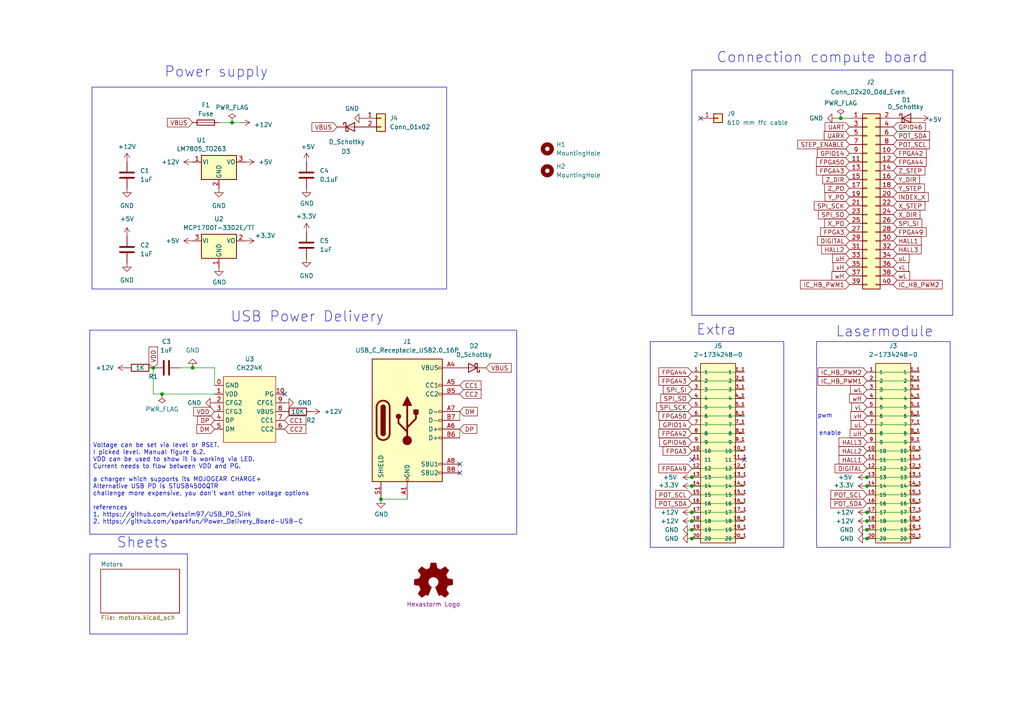
<source format=kicad_sch>
(kicad_sch (version 20231120) (generator "eeschema") (generator_version "8.0")
  (paper "A4")
  (title_block (title "Firestarter ") (date "2024-10-27") (company "Hexastorm") (comment 1 "v1"))
  (lib_symbols
    (symbol "Connector:USB_C_Receptacle_USB2.0_16P" (pin_names (offset 1.016))
      (property "Reference" "J" (at 0 22.225 0))
      (property "Value" "USB_C_Receptacle_USB2.0_16P" (at 0 19.685 0))
      (symbol "USB_C_Receptacle_USB2.0_16P_1_1"
        (pin passive line (at 0 -22.86 90) (length 5.08) (name "GND") (number "A1"))
        (pin passive line (at 0 -22.86 90) (length 5.08) hide (name "GND") (number "A12"))
        (pin passive line (at 15.24 15.24 180) (length 5.08) (name "VBUS") (number "A4"))
        (pin bidirectional line (at 15.24 10.16 180) (length 5.08) (name "CC1") (number "A5"))
        (pin bidirectional line (at 15.24 -2.54 180) (length 5.08) (name "D+") (number "A6"))
        (pin bidirectional line (at 15.24 2.54 180) (length 5.08) (name "D-") (number "A7"))
        (pin bidirectional line (at 15.24 -12.7 180) (length 5.08) (name "SBU1") (number "A8"))
        (pin passive line (at 15.24 15.24 180) (length 5.08) hide (name "VBUS") (number "A9"))
        (pin passive line (at 0 -22.86 90) (length 5.08) hide (name "GND") (number "B1"))
        (pin passive line (at 0 -22.86 90) (length 5.08) hide (name "GND") (number "B12"))
        (pin passive line (at 15.24 15.24 180) (length 5.08) hide (name "VBUS") (number "B4"))
        (pin bidirectional line (at 15.24 7.62 180) (length 5.08) (name "CC2") (number "B5"))
        (pin bidirectional line (at 15.24 -5.08 180) (length 5.08) (name "D+") (number "B6"))
        (pin bidirectional line (at 15.24 0 180) (length 5.08) (name "D-") (number "B7"))
        (pin bidirectional line (at 15.24 -15.24 180) (length 5.08) (name "SBU2") (number "B8"))
        (pin passive line (at 15.24 15.24 180) (length 5.08) hide (name "VBUS") (number "B9"))
        (pin passive line (at -7.62 -22.86 90) (length 5.08) (name "SHIELD") (number "S1"))
      )
    )
    (symbol "Connector_Generic:Conn_01x01" (pin_names (offset 1.016) hide)
      (property "Reference" "J" (at 0 2.54 0))
      (property "Value" "Conn_01x01" (at 0 -2.54 0))
      (symbol "Conn_01x01_1_1"
        (pin passive line (at -5.08 0 0) (length 3.81) (name "Pin_1") (number "1"))
      )
    )
    (symbol "Connector_Generic:Conn_01x02" (pin_names (offset 1.016) hide)
      (property "Reference" "J" (at 0 2.54 0))
      (property "Value" "Conn_01x02" (at 0 -5.08 0))
      (symbol "Conn_01x02_1_1"
        (pin passive line (at -5.08 0 0) (length 3.81) (name "Pin_1") (number "1"))
        (pin passive line (at -5.08 -2.54 0) (length 3.81) (name "Pin_2") (number "2"))
      )
    )
    (symbol "Connector_Generic:Conn_02x20_Odd_Even" (pin_names (offset 1.016) hide)
      (property "Reference" "J" (at 1.27 25.4 0))
      (property "Value" "Conn_02x20_Odd_Even" (at 1.27 -27.94 0))
      (symbol "Conn_02x20_Odd_Even_1_1"
        (pin passive line (at -5.08 22.86 0) (length 3.81) (name "Pin_1") (number "1"))
        (pin passive line (at 7.62 12.7 180) (length 3.81) (name "Pin_10") (number "10"))
        (pin passive line (at -5.08 10.16 0) (length 3.81) (name "Pin_11") (number "11"))
        (pin passive line (at 7.62 10.16 180) (length 3.81) (name "Pin_12") (number "12"))
        (pin passive line (at -5.08 7.62 0) (length 3.81) (name "Pin_13") (number "13"))
        (pin passive line (at 7.62 7.62 180) (length 3.81) (name "Pin_14") (number "14"))
        (pin passive line (at -5.08 5.08 0) (length 3.81) (name "Pin_15") (number "15"))
        (pin passive line (at 7.62 5.08 180) (length 3.81) (name "Pin_16") (number "16"))
        (pin passive line (at -5.08 2.54 0) (length 3.81) (name "Pin_17") (number "17"))
        (pin passive line (at 7.62 2.54 180) (length 3.81) (name "Pin_18") (number "18"))
        (pin passive line (at -5.08 0 0) (length 3.81) (name "Pin_19") (number "19"))
        (pin passive line (at 7.62 22.86 180) (length 3.81) (name "Pin_2") (number "2"))
        (pin passive line (at 7.62 0 180) (length 3.81) (name "Pin_20") (number "20"))
        (pin passive line (at -5.08 -2.54 0) (length 3.81) (name "Pin_21") (number "21"))
        (pin passive line (at 7.62 -2.54 180) (length 3.81) (name "Pin_22") (number "22"))
        (pin passive line (at -5.08 -5.08 0) (length 3.81) (name "Pin_23") (number "23"))
        (pin passive line (at 7.62 -5.08 180) (length 3.81) (name "Pin_24") (number "24"))
        (pin passive line (at -5.08 -7.62 0) (length 3.81) (name "Pin_25") (number "25"))
        (pin passive line (at 7.62 -7.62 180) (length 3.81) (name "Pin_26") (number "26"))
        (pin passive line (at -5.08 -10.16 0) (length 3.81) (name "Pin_27") (number "27"))
        (pin passive line (at 7.62 -10.16 180) (length 3.81) (name "Pin_28") (number "28"))
        (pin passive line (at -5.08 -12.7 0) (length 3.81) (name "Pin_29") (number "29"))
        (pin passive line (at -5.08 20.32 0) (length 3.81) (name "Pin_3") (number "3"))
        (pin passive line (at 7.62 -12.7 180) (length 3.81) (name "Pin_30") (number "30"))
        (pin passive line (at -5.08 -15.24 0) (length 3.81) (name "Pin_31") (number "31"))
        (pin passive line (at 7.62 -15.24 180) (length 3.81) (name "Pin_32") (number "32"))
        (pin passive line (at -5.08 -17.78 0) (length 3.81) (name "Pin_33") (number "33"))
        (pin passive line (at 7.62 -17.78 180) (length 3.81) (name "Pin_34") (number "34"))
        (pin passive line (at -5.08 -20.32 0) (length 3.81) (name "Pin_35") (number "35"))
        (pin passive line (at 7.62 -20.32 180) (length 3.81) (name "Pin_36") (number "36"))
        (pin passive line (at -5.08 -22.86 0) (length 3.81) (name "Pin_37") (number "37"))
        (pin passive line (at 7.62 -22.86 180) (length 3.81) (name "Pin_38") (number "38"))
        (pin passive line (at -5.08 -25.4 0) (length 3.81) (name "Pin_39") (number "39"))
        (pin passive line (at 7.62 20.32 180) (length 3.81) (name "Pin_4") (number "4"))
        (pin passive line (at 7.62 -25.4 180) (length 3.81) (name "Pin_40") (number "40"))
        (pin passive line (at -5.08 17.78 0) (length 3.81) (name "Pin_5") (number "5"))
        (pin passive line (at 7.62 17.78 180) (length 3.81) (name "Pin_6") (number "6"))
        (pin passive line (at -5.08 15.24 0) (length 3.81) (name "Pin_7") (number "7"))
        (pin passive line (at 7.62 15.24 180) (length 3.81) (name "Pin_8") (number "8"))
        (pin passive line (at -5.08 12.7 0) (length 3.81) (name "Pin_9") (number "9"))
      )
    )
    (symbol "Device:C" (pin_numbers hide) (pin_names (offset 0.254))
      (property "Reference" "C" (at 0.635 2.54 0))
      (property "Value" "C" (at 0.635 -2.54 0))
      (symbol "C_1_1"
        (pin passive line (at 0 3.81 270) (length 2.794) (name "~") (number "1"))
        (pin passive line (at 0 -3.81 90) (length 2.794) (name "~") (number "2"))
      )
    )
    (symbol "Device:D_Schottky" (pin_numbers hide) (pin_names (offset 1.016) hide)
      (property "Reference" "D" (at 0 2.54 0))
      (property "Value" "D_Schottky" (at 0 -2.54 0))
      (symbol "D_Schottky_1_1"
        (pin passive line (at -3.81 0 0) (length 2.54) (name "K") (number "1"))
        (pin passive line (at 3.81 0 180) (length 2.54) (name "A") (number "2"))
      )
    )
    (symbol "Device:Fuse" (pin_numbers hide) (pin_names (offset 0))
      (property "Reference" "F" (at 2.032 0 90))
      (property "Value" "Fuse" (at -1.905 0 90))
      (symbol "Fuse_1_1"
        (pin passive line (at 0 3.81 270) (length 1.27) (name "~") (number "1"))
        (pin passive line (at 0 -3.81 90) (length 1.27) (name "~") (number "2"))
      )
    )
    (symbol "Device:R" (pin_numbers hide) (pin_names (offset 0))
      (property "Reference" "R" (at 2.032 0 90))
      (property "Value" "R" (at 0 0 90))
      (symbol "R_1_1"
        (pin passive line (at 0 3.81 270) (length 1.27) (name "~") (number "1"))
        (pin passive line (at 0 -3.81 90) (length 1.27) (name "~") (number "2"))
      )
    )
    (symbol "Graphic:Logo_Open_Hardware_Small" (in_bom no) (on_board no))
    (symbol "Mechanical:MountingHole" (pin_names (offset 1.016)) (exclude_from_sim yes) (in_bom no)
      (property "Reference" "H" (at 0 5.08 0))
      (property "Value" "MountingHole" (at 0 3.175 0))
    )
    (symbol "Regulator_Linear:LM7805_TO220" (pin_names (offset 0.254))
      (property "Reference" "U" (at -3.81 3.175 0))
      (property "Value" "LM7805_TO220" (at 0 3.175 0))
      (symbol "LM7805_TO220_1_1"
        (pin power_in line (at -7.62 0 0) (length 2.54) (name "VI") (number "1"))
        (pin power_in line (at 0 -7.62 90) (length 2.54) (name "GND") (number "2"))
        (pin power_out line (at 7.62 0 180) (length 2.54) (name "VO") (number "3"))
      )
    )
    (symbol "Regulator_Linear:MCP1700x-120xxTT" (pin_names (offset 0.254))
      (property "Reference" "U" (at -3.81 3.175 0))
      (property "Value" "MCP1700x-120xxTT" (at 0 3.175 0))
      (symbol "MCP1700x-120xxTT_1_1"
        (pin power_in line (at 0 -7.62 90) (length 2.54) (name "GND") (number "1"))
        (pin power_out line (at 7.62 0 180) (length 2.54) (name "VO") (number "2"))
        (pin power_in line (at -7.62 0 0) (length 2.54) (name "VI") (number "3"))
      )
    )
    (symbol "firestarter_library:2-1734248-0" (pin_names (offset 1.016))
      (property "Reference" "J" (at -5.08 20.955 0))
      (property "Value" "2-1734248-0" (at -6.35 -35.56 0))
      (symbol "2-1734248-0_0_0"
        (pin passive line (at -7.62 17.78 0) (length 2.54) (name "1") (number "1"))
        (pin passive line (at -7.62 -5.08 0) (length 2.54) (name "10") (number "10"))
        (pin passive line (at 7.62 -5.08 180) (length 2.54) (name "10") (number "10_1"))
        (pin passive line (at -7.62 -7.62 0) (length 2.54) (name "11") (number "11"))
        (pin passive line (at 7.62 -7.62 180) (length 2.54) (name "11") (number "11_1"))
        (pin passive line (at -7.62 -10.16 0) (length 2.54) (name "12") (number "12"))
        (pin passive line (at 7.62 -10.16 180) (length 2.54) (name "12") (number "12_1"))
        (pin passive line (at -7.62 -12.7 0) (length 2.54) (name "13") (number "13"))
        (pin passive line (at 7.62 -12.7 180) (length 2.54) (name "13") (number "13_1"))
        (pin passive line (at -7.62 -15.24 0) (length 2.54) (name "14") (number "14"))
        (pin passive line (at 7.62 -15.24 180) (length 2.54) (name "14") (number "14_1"))
        (pin passive line (at -7.62 -17.78 0) (length 2.54) (name "15") (number "15"))
        (pin passive line (at 7.62 -17.78 180) (length 2.54) (name "15") (number "15_1"))
        (pin passive line (at 7.62 17.78 180) (length 2.54) (name "1") (number "1_1"))
        (pin passive line (at -7.62 15.24 0) (length 2.54) (name "2") (number "2"))
        (pin passive line (at 7.62 15.24 180) (length 2.54) (name "2") (number "2_1"))
        (pin passive line (at -7.62 12.7 0) (length 2.54) (name "3") (number "3"))
        (pin passive line (at 7.62 12.7 180) (length 2.54) (name "3") (number "3_1"))
        (pin passive line (at -7.62 10.16 0) (length 2.54) (name "4") (number "4"))
        (pin passive line (at 7.62 10.16 180) (length 2.54) (name "4") (number "4_1"))
        (pin passive line (at -7.62 7.62 0) (length 2.54) (name "5") (number "5"))
        (pin passive line (at 7.62 7.62 180) (length 2.54) (name "5") (number "5_1"))
        (pin passive line (at -7.62 5.08 0) (length 2.54) (name "6") (number "6"))
        (pin passive line (at 7.62 5.08 180) (length 2.54) (name "6") (number "6_1"))
        (pin passive line (at -7.62 2.54 0) (length 2.54) (name "7") (number "7"))
        (pin passive line (at 7.62 2.54 180) (length 2.54) (name "7") (number "7_1"))
        (pin passive line (at -7.62 0 0) (length 2.54) (name "8") (number "8"))
        (pin passive line (at 7.62 0 180) (length 2.54) (name "8") (number "8_1"))
        (pin passive line (at -7.62 -2.54 0) (length 2.54) (name "9") (number "9"))
        (pin passive line (at 7.62 -2.54 180) (length 2.54) (name "9") (number "9_1"))
      )
      (symbol "2-1734248-0_1_0"
        (pin passive line (at -7.62 -20.32 0) (length 2.54) (name "16") (number "16"))
        (pin passive line (at 7.62 -20.32 180) (length 2.54) (name "16") (number "16_1"))
        (pin passive line (at -7.62 -22.86 0) (length 2.54) (name "17") (number "17"))
        (pin passive line (at 7.62 -22.86 180) (length 2.54) (name "17") (number "17_1"))
        (pin passive line (at -7.62 -25.4 0) (length 2.54) (name "18") (number "18"))
        (pin passive line (at 7.62 -25.4 180) (length 2.54) (name "18") (number "18_1"))
        (pin passive line (at -7.62 -27.94 0) (length 2.54) (name "19") (number "19"))
        (pin passive line (at 7.62 -27.94 180) (length 2.54) (name "19") (number "19_1"))
        (pin passive line (at -7.62 -30.48 0) (length 2.54) (name "20") (number "20"))
        (pin passive line (at 7.62 -30.48 180) (length 2.54) (name "20") (number "20_1"))
      )
    )
    (symbol "power:+12V" (power) (pin_numbers hide) (pin_names (offset 0) hide)
      (property "Value" "+12V" (at 0 3.556 0))
      (symbol "+12V_1_1"
        (pin power_in line (at 0 0 90) (length 0) (name "~") (number "1"))
      )
    )
    (symbol "power:+3.3V" (power) (pin_numbers hide) (pin_names (offset 0) hide)
      (property "Value" "+3.3V" (at 0 3.556 0))
      (symbol "+3.3V_1_1"
        (pin power_in line (at 0 0 90) (length 0) (name "~") (number "1"))
      )
    )
    (symbol "power:+5V" (power) (pin_numbers hide) (pin_names (offset 0) hide)
      (property "Value" "+5V" (at 0 3.556 0))
      (symbol "+5V_1_1"
        (pin power_in line (at 0 0 90) (length 0) (name "~") (number "1"))
      )
    )
    (symbol "power:GND" (power) (pin_numbers hide) (pin_names (offset 0) hide)
      (property "Value" "GND" (at 0 -3.81 0))
      (symbol "GND_1_1"
        (pin power_in line (at 0 0 270) (length 0) (name "~") (number "1"))
      )
    )
    (symbol "power:PWR_FLAG" (power) (pin_numbers hide) (pin_names (offset 0) hide)
      (property "Value" "PWR_FLAG" (at 0 3.81 0))
      (symbol "PWR_FLAG_0_0"
        (pin power_out line (at 0 0 90) (length 0) (name "~") (number "1"))
      )
    )
    (symbol "wch_mcu_peripheral:CH224K"
      (property "Reference" "U" (at 0 -10.16 0))
      (property "Value" "CH224K" (at 5.08 -11.43 0))
      (symbol "CH224K_1_1"
        (pin power_in line (at -10.16 7.62 0) (length 2.54) (name "GND") (number "0"))
        (pin power_in line (at -10.16 5.08 0) (length 2.54) (name "VDD") (number "1"))
        (pin output line (at 10.16 5.08 180) (length 2.54) (name "PG") (number "10"))
        (pin input line (at -10.16 2.54 0) (length 2.54) (name "CFG2") (number "2"))
        (pin input line (at -10.16 0 0) (length 2.54) (name "CFG3") (number "3"))
        (pin bidirectional line (at -10.16 -2.54 0) (length 2.54) (name "DP") (number "4"))
        (pin bidirectional line (at -10.16 -5.08 0) (length 2.54) (name "DM") (number "5"))
        (pin bidirectional line (at 10.16 -5.08 180) (length 2.54) (name "CC2") (number "6"))
        (pin bidirectional line (at 10.16 -2.54 180) (length 2.54) (name "CC1") (number "7"))
        (pin input line (at 10.16 0 180) (length 2.54) (name "VBUS") (number "8"))
        (pin input line (at 10.16 2.54 180) (length 2.54) (name "CFG1") (number "9"))
      )
    )
  )
  (junction (at 251.46 156.21))
  (junction (at 55.88 106.68))
  (junction (at 251.46 153.67))
  (junction (at 251.46 148.59))
  (junction (at 200.66 148.59))
  (junction (at 251.46 140.97))
  (junction (at 46.99 114.3))
  (junction (at 200.66 140.97))
  (junction (at 251.46 151.13))
  (junction (at 251.46 138.43))
  (junction (at 243.84 34.29))
  (junction (at 200.66 151.13))
  (junction (at 200.66 156.21))
  (junction (at 200.66 153.67))
  (junction (at 44.45 106.68))
  (junction (at 110.49 144.78))
  (junction (at 200.66 138.43))
  (junction (at 67.31 35.56))
  (no_connect (at 133.35 137.16))
  (no_connect (at 200.66 133.35))
  (no_connect (at 133.35 134.62))
  (no_connect (at 215.9 133.35))
  (no_connect (at 203.2 34.29))
  (no_connect (at 82.55 114.3))
  (wire (pts (xy 200.66 125.73) (xy 215.9 125.73)))
  (wire (pts (xy 200.66 113.03) (xy 215.9 113.03)))
  (wire (pts (xy 200.66 135.89) (xy 215.9 135.89)))
  (wire (pts (xy 251.46 113.03) (xy 266.7 113.03)))
  (wire (pts (xy 251.46 140.97) (xy 266.7 140.97)))
  (wire (pts (xy 200.66 148.59) (xy 215.9 148.59)))
  (wire (pts (xy 251.46 143.51) (xy 266.7 143.51)))
  (wire (pts (xy 200.66 123.19) (xy 215.9 123.19)))
  (wire (pts (xy 200.66 156.21) (xy 215.9 156.21)))
  (wire (pts (xy 200.66 143.51) (xy 215.9 143.51)))
  (wire (pts (xy 251.46 120.65) (xy 266.7 120.65)))
  (wire (pts (xy 200.66 153.67) (xy 215.9 153.67)))
  (wire (pts (xy 200.66 120.65) (xy 215.9 120.65)))
  (wire (pts (xy 251.46 110.49) (xy 266.7 110.49)))
  (wire (pts (xy 110.49 144.78) (xy 118.11 144.78)))
  (wire (pts (xy 251.46 115.57) (xy 266.7 115.57)))
  (wire (pts (xy 44.45 106.68) (xy 44.45 114.3)))
  (wire (pts (xy 52.07 106.68) (xy 55.88 106.68)))
  (wire (pts (xy 200.66 151.13) (xy 215.9 151.13)))
  (wire (pts (xy 67.31 35.56) (xy 69.85 35.56)))
  (wire (pts (xy 251.46 130.81) (xy 266.7 130.81)))
  (wire (pts (xy 243.84 34.29) (xy 242.57 34.29)))
  (wire (pts (xy 55.88 106.68) (xy 62.23 106.68)))
  (wire (pts (xy 251.46 107.95) (xy 266.7 107.95)))
  (wire (pts (xy 251.46 151.13) (xy 266.7 151.13)))
  (wire (pts (xy 251.46 146.05) (xy 266.7 146.05)))
  (wire (pts (xy 251.46 128.27) (xy 266.7 128.27)))
  (wire (pts (xy 251.46 118.11) (xy 266.7 118.11)))
  (wire (pts (xy 200.66 138.43) (xy 215.9 138.43)))
  (wire (pts (xy 200.66 140.97) (xy 215.9 140.97)))
  (wire (pts (xy 251.46 153.67) (xy 266.7 153.67)))
  (wire (pts (xy 251.46 135.89) (xy 266.7 135.89)))
  (wire (pts (xy 251.46 133.35) (xy 266.7 133.35)))
  (wire (pts (xy 200.66 115.57) (xy 215.9 115.57)))
  (wire (pts (xy 44.45 114.3) (xy 46.99 114.3)))
  (wire (pts (xy 200.66 107.95) (xy 215.9 107.95)))
  (wire (pts (xy 63.5 35.56) (xy 67.31 35.56)))
  (wire (pts (xy 246.38 34.29) (xy 243.84 34.29)))
  (wire (pts (xy 62.23 106.68) (xy 62.23 111.76)))
  (wire (pts (xy 251.46 125.73) (xy 266.7 125.73)))
  (wire (pts (xy 200.66 118.11) (xy 215.9 118.11)))
  (wire (pts (xy 251.46 138.43) (xy 266.7 138.43)))
  (wire (pts (xy 200.66 128.27) (xy 215.9 128.27)))
  (wire (pts (xy 133.35 124.46) (xy 133.35 127)))
  (wire (pts (xy 251.46 156.21) (xy 266.7 156.21)))
  (wire (pts (xy 251.46 123.19) (xy 266.7 123.19)))
  (wire (pts (xy 200.66 110.49) (xy 215.9 110.49)))
  (wire (pts (xy 251.46 148.59) (xy 266.7 148.59)))
  (wire (pts (xy 46.99 114.3) (xy 62.23 114.3)))
  (wire (pts (xy 133.35 119.38) (xy 133.35 121.92)))
  (wire (pts (xy 200.66 146.05) (xy 215.9 146.05)))
  (wire (pts (xy 200.66 130.81) (xy 215.9 130.81)))
  (rectangle (start 26.67 25.273) (end 129.54 83.82))
  (rectangle (start 236.855 99.06) (end 275.59 158.75))
  (rectangle (start 26.035 95.758) (end 149.86 154.94))
  (rectangle (start 200.66 20.32) (end 276.352 91.44))
  (rectangle (start 26.035 160.655) (end 54.356 183.896))
  (rectangle (start 188.595 99.06) (end 227.33 158.75))
  (text "pwm" (at 239.268 120.65 0) (effects (font (size 1.27 1.27))))
  (text "Power supply" (at 47.625 22.733 0) (effects (font (size 3 3)) (justify left bottom)))
  (text "Voltage can be set via level or RSET.\nI picked level. Manual figure 6.2.\nVDD can be used to show it is working via LED. \nCurrent needs to flow between VDD and PG." (at 26.924 136.144 0) (effects (font (size 1.27 1.27)) (justify left bottom)))
  (text "USB Power Delivery" (at 66.802 93.726 0) (effects (font (size 3 3)) (justify left bottom)))
  (text "a charger which supports its MOJOGEAR CHARGE+\nAlternative USB PD is STUSB4500QTR\nchallenge more expensive, you don't want other voltage options\n\nreferences\n1. https://github.com/ketszim97/USB_PD_Sink\n2. https://github.com/sparkfun/Power_Delivery_Board-USB-C" (at 26.924 145.288 0) (effects (font (size 1.27 1.27)) (justify left)))
  (text "Sheets" (at 33.782 159.258 0) (effects (font (size 3 3)) (justify left bottom)))
  (text "enable" (at 240.792 125.73 0) (effects (font (size 1.27 1.27))))
  (text "Extra" (at 201.93 97.536 0) (effects (font (size 3 3)) (justify left bottom)))
  (text "Lasermodule" (at 242.316 98.044 0) (effects (font (size 3 3)) (justify left bottom)))
  (text "Connection compute board" (at 207.772 18.542 0) (effects (font (size 3 3)) (justify left bottom)))
  (global_label "INDEX_X" (shape input) (at 259.08 57.15 0) (property "Intersheetrefs" "${INTERSHEET_REFS}" (effects (hide yes))))
  (global_label "VBUS" (shape input) (at 97.79 36.83 180) (property "Intersheetrefs" "${INTERSHEET_REFS}" (effects (hide yes))))
  (global_label "SPI_SO" (shape input) (at 246.38 62.23 180) (property "Intersheetrefs" "${INTERSHEET_REFS}" (effects (hide yes))))
  (global_label "vL" (shape input) (at 259.08 77.47 0) (property "Intersheetrefs" "${INTERSHEET_REFS}" (effects (hide yes))))
  (global_label "GPIO46" (shape input) (at 200.66 128.27 180) (property "Intersheetrefs" "${INTERSHEET_REFS}" (effects (hide yes))))
  (global_label "DP" (shape input) (at 62.23 121.92 180) (property "Intersheetrefs" "${INTERSHEET_REFS}" (effects (hide yes))))
  (global_label "POT_SCL" (shape input) (at 259.08 41.91 0) (property "Intersheetrefs" "${INTERSHEET_REFS}" (effects (hide yes))))
  (global_label "VBUS" (shape input) (at 140.97 106.68 0) (property "Intersheetrefs" "${INTERSHEET_REFS}" (effects (hide yes))))
  (global_label "IC_HB_PWM2" (shape input) (at 259.08 82.55 0) (property "Intersheetrefs" "${INTERSHEET_REFS}" (effects (hide yes))))
  (global_label "vL" (shape input) (at 251.46 118.11 180) (property "Intersheetrefs" "${INTERSHEET_REFS}" (effects (hide yes))))
  (global_label "IC_HB_PWM1" (shape input) (at 251.46 110.49 180) (property "Intersheetrefs" "${INTERSHEET_REFS}" (effects (hide yes))))
  (global_label "DIGITAL" (shape input) (at 246.38 69.85 180) (property "Intersheetrefs" "${INTERSHEET_REFS}" (effects (hide yes))))
  (global_label "vH" (shape input) (at 251.46 120.65 180) (property "Intersheetrefs" "${INTERSHEET_REFS}" (effects (hide yes))))
  (global_label "vH" (shape input) (at 246.38 77.47 180) (property "Intersheetrefs" "${INTERSHEET_REFS}" (effects (hide yes))))
  (global_label "Y_DIR" (shape input) (at 259.08 52.07 0) (property "Intersheetrefs" "${INTERSHEET_REFS}" (effects (hide yes))))
  (global_label "wH" (shape input) (at 246.38 80.01 180) (property "Intersheetrefs" "${INTERSHEET_REFS}" (effects (hide yes))))
  (global_label "IC_HB_PWM2" (shape input) (at 251.46 107.95 180) (property "Intersheetrefs" "${INTERSHEET_REFS}" (effects (hide yes))))
  (global_label "uH" (shape input) (at 246.38 74.93 180) (property "Intersheetrefs" "${INTERSHEET_REFS}" (effects (hide yes))))
  (global_label "wL" (shape input) (at 251.46 113.03 180) (property "Intersheetrefs" "${INTERSHEET_REFS}" (effects (hide yes))))
  (global_label "GPIO14" (shape input) (at 200.66 123.19 180) (property "Intersheetrefs" "${INTERSHEET_REFS}" (effects (hide yes))))
  (global_label "POT_SDA" (shape input) (at 251.46 146.05 180) (property "Intersheetrefs" "${INTERSHEET_REFS}" (effects (hide yes))))
  (global_label "DIGITAL" (shape input) (at 251.46 135.89 180) (property "Intersheetrefs" "${INTERSHEET_REFS}" (effects (hide yes))))
  (global_label "UARX" (shape input) (at 246.38 39.37 180) (property "Intersheetrefs" "${INTERSHEET_REFS}" (effects (hide yes))))
  (global_label "STEP_ENABLE" (shape input) (at 246.38 41.91 180) (property "Intersheetrefs" "${INTERSHEET_REFS}" (effects (hide yes))))
  (global_label "SPI_SO" (shape input) (at 200.66 115.57 180) (property "Intersheetrefs" "${INTERSHEET_REFS}" (effects (hide yes))))
  (global_label "IC_HB_PWM1" (shape input) (at 246.38 82.55 180) (property "Intersheetrefs" "${INTERSHEET_REFS}" (effects (hide yes))))
  (global_label "wH" (shape input) (at 251.46 115.57 180) (property "Intersheetrefs" "${INTERSHEET_REFS}" (effects (hide yes))))
  (global_label "UART" (shape input) (at 246.38 36.83 180) (property "Intersheetrefs" "${INTERSHEET_REFS}" (effects (hide yes))))
  (global_label "uL" (shape input) (at 251.46 123.19 180) (property "Intersheetrefs" "${INTERSHEET_REFS}" (effects (hide yes))))
  (global_label "Y_PO" (shape input) (at 246.38 57.15 180) (property "Intersheetrefs" "${INTERSHEET_REFS}" (effects (hide yes))))
  (global_label "HALL3" (shape input) (at 251.46 128.27 180) (property "Intersheetrefs" "${INTERSHEET_REFS}" (effects (hide yes))))
  (global_label "DP" (shape input) (at 133.35 124.46 0) (property "Intersheetrefs" "${INTERSHEET_REFS}" (effects (hide yes))))
  (global_label "Z_STEP" (shape input) (at 259.08 49.53 0) (property "Intersheetrefs" "${INTERSHEET_REFS}" (effects (hide yes))))
  (global_label "HALL1" (shape input) (at 251.46 133.35 180) (property "Intersheetrefs" "${INTERSHEET_REFS}" (effects (hide yes))))
  (global_label "HALL1" (shape input) (at 259.08 69.85 0) (property "Intersheetrefs" "${INTERSHEET_REFS}" (effects (hide yes))))
  (global_label "POT_SCL" (shape input) (at 200.66 143.51 180) (property "Intersheetrefs" "${INTERSHEET_REFS}" (effects (hide yes))))
  (global_label "SPI_SI" (shape input) (at 259.08 64.77 0) (property "Intersheetrefs" "${INTERSHEET_REFS}" (effects (hide yes))))
  (global_label "FPGA42" (shape input) (at 259.08 44.45 0) (property "Intersheetrefs" "${INTERSHEET_REFS}" (effects (hide yes))))
  (global_label "CC1" (shape input) (at 133.35 111.76 0) (property "Intersheetrefs" "${INTERSHEET_REFS}" (effects (hide yes))))
  (global_label "uH" (shape input) (at 251.46 125.73 180) (property "Intersheetrefs" "${INTERSHEET_REFS}" (effects (hide yes))))
  (global_label "HALL2" (shape input) (at 246.38 72.39 180) (property "Intersheetrefs" "${INTERSHEET_REFS}" (effects (hide yes))))
  (global_label "GPIO14" (shape input) (at 246.38 44.45 180) (property "Intersheetrefs" "${INTERSHEET_REFS}" (effects (hide yes))))
  (global_label "X_STEP" (shape input) (at 259.08 59.69 0) (property "Intersheetrefs" "${INTERSHEET_REFS}" (effects (hide yes))))
  (global_label "VBUS" (shape input) (at 55.88 35.56 180) (property "Intersheetrefs" "${INTERSHEET_REFS}" (effects (hide yes))))
  (global_label "CC2" (shape input) (at 133.35 114.3 0) (property "Intersheetrefs" "${INTERSHEET_REFS}" (effects (hide yes))))
  (global_label "GPIO46" (shape input) (at 259.08 36.83 0) (property "Intersheetrefs" "${INTERSHEET_REFS}" (effects (hide yes))))
  (global_label "Z_DIR" (shape input) (at 246.38 52.07 180) (property "Intersheetrefs" "${INTERSHEET_REFS}" (effects (hide yes))))
  (global_label "Z_PO" (shape input) (at 246.38 54.61 180) (property "Intersheetrefs" "${INTERSHEET_REFS}" (effects (hide yes))))
  (global_label "wL" (shape input) (at 259.08 80.01 0) (property "Intersheetrefs" "${INTERSHEET_REFS}" (effects (hide yes))))
  (global_label "CC1" (shape input) (at 82.55 121.92 0) (property "Intersheetrefs" "${INTERSHEET_REFS}" (effects (hide yes))))
  (global_label "uL" (shape input) (at 259.08 74.93 0) (property "Intersheetrefs" "${INTERSHEET_REFS}" (effects (hide yes))))
  (global_label "FPGA49" (shape input) (at 200.66 135.89 180) (property "Intersheetrefs" "${INTERSHEET_REFS}" (effects (hide yes))))
  (global_label "Y_STEP" (shape input) (at 259.08 54.61 0) (property "Intersheetrefs" "${INTERSHEET_REFS}" (effects (hide yes))))
  (global_label "FPGA3" (shape input) (at 200.66 130.81 180) (property "Intersheetrefs" "${INTERSHEET_REFS}" (effects (hide yes))))
  (global_label "VDD" (shape input) (at 62.23 119.38 180) (property "Intersheetrefs" "${INTERSHEET_REFS}" (effects (hide yes))))
  (global_label "X_DIR" (shape input) (at 259.08 62.23 0) (property "Intersheetrefs" "${INTERSHEET_REFS}" (effects (hide yes))))
  (global_label "FPGA49" (shape input) (at 259.08 67.31 0) (property "Intersheetrefs" "${INTERSHEET_REFS}" (effects (hide yes))))
  (global_label "X_PO" (shape input) (at 246.38 64.77 180) (property "Intersheetrefs" "${INTERSHEET_REFS}" (effects (hide yes))))
  (global_label "POT_SDA" (shape input) (at 259.08 39.37 0) (property "Intersheetrefs" "${INTERSHEET_REFS}" (effects (hide yes))))
  (global_label "FPGA44" (shape input) (at 200.66 107.95 180) (property "Intersheetrefs" "${INTERSHEET_REFS}" (effects (hide yes))))
  (global_label "FPGA44" (shape input) (at 259.08 46.99 0) (property "Intersheetrefs" "${INTERSHEET_REFS}" (effects (hide yes))))
  (global_label "FPGA50" (shape input) (at 246.38 46.99 180) (property "Intersheetrefs" "${INTERSHEET_REFS}" (effects (hide yes))))
  (global_label "FPGA43" (shape input) (at 200.66 110.49 180) (property "Intersheetrefs" "${INTERSHEET_REFS}" (effects (hide yes))))
  (global_label "SPI_SI" (shape input) (at 200.66 113.03 180) (property "Intersheetrefs" "${INTERSHEET_REFS}" (effects (hide yes))))
  (global_label "POT_SCL" (shape input) (at 251.46 143.51 180) (property "Intersheetrefs" "${INTERSHEET_REFS}" (effects (hide yes))))
  (global_label "FPGA50" (shape input) (at 200.66 120.65 180) (property "Intersheetrefs" "${INTERSHEET_REFS}" (effects (hide yes))))
  (global_label "FPGA42" (shape input) (at 200.66 125.73 180) (property "Intersheetrefs" "${INTERSHEET_REFS}" (effects (hide yes))))
  (global_label "FPGA3" (shape input) (at 246.38 67.31 180) (property "Intersheetrefs" "${INTERSHEET_REFS}" (effects (hide yes))))
  (global_label "SPI_SCK" (shape input) (at 200.66 118.11 180) (property "Intersheetrefs" "${INTERSHEET_REFS}" (effects (hide yes))))
  (global_label "FPGA43" (shape input) (at 246.38 49.53 180) (property "Intersheetrefs" "${INTERSHEET_REFS}" (effects (hide yes))))
  (global_label "HALL2" (shape input) (at 251.46 130.81 180) (property "Intersheetrefs" "${INTERSHEET_REFS}" (effects (hide yes))))
  (global_label "HALL3" (shape input) (at 259.08 72.39 0) (property "Intersheetrefs" "${INTERSHEET_REFS}" (effects (hide yes))))
  (global_label "VDD" (shape input) (at 44.45 106.68 90) (property "Intersheetrefs" "${INTERSHEET_REFS}" (effects (hide yes))))
  (global_label "DM" (shape input) (at 133.35 119.38 0) (property "Intersheetrefs" "${INTERSHEET_REFS}" (effects (hide yes))))
  (global_label "POT_SDA" (shape input) (at 200.66 146.05 180) (property "Intersheetrefs" "${INTERSHEET_REFS}" (effects (hide yes))))
  (global_label "CC2" (shape input) (at 82.55 124.46 0) (property "Intersheetrefs" "${INTERSHEET_REFS}" (effects (hide yes))))
  (global_label "DM" (shape input) (at 62.23 124.46 180) (property "Intersheetrefs" "${INTERSHEET_REFS}" (effects (hide yes))))
  (global_label "SPI_SCK" (shape input) (at 246.38 59.69 180) (property "Intersheetrefs" "${INTERSHEET_REFS}" (effects (hide yes))))
  (symbol (lib_id "power:PWR_FLAG") (at 67.31 35.56 0) (unit 1)
    (property "Reference" "#FLG02" (effects (hide yes)))
    (property "Value" "PWR_FLAG" (at 67.31 31.1658 0))
    (property "Description" "Special symbol for telling ERC where power comes from" (effects (hide yes)))
  )
  (symbol (lib_id "Device:D_Schottky") (at 262.89 34.29 0) (unit 1)
    (property "Reference" "D1" (at 262.89 28.956 0))
    (property "Value" "D_Schottky" (at 262.636 30.988 0))
    (property "Footprint" "Diode_SMD:D_SMA" (effects (hide yes)))
    (property "manf#" "B340A-E3/61T" (effects (hide yes)))
    (property "farnell#" "2335183" (effects (hide yes)))
    (property "mouser#" "625-BD340A-E3/61T" (effects (hide yes)))
  )
  (symbol (lib_id "power:GND") (at 110.49 144.78 0) (unit 1)
    (property "Reference" "#PWR021" (effects (hide yes)))
    (property "Value" "GND" (at 110.617 149.1742 0))
  )
  (symbol (lib_id "Device:C") (at 36.83 72.39 180) (unit 1)
    (property "Reference" "C2" (at 40.64 71.1199 0) (effects (justify right)))
    (property "Value" "1uF" (at 40.64 73.6599 0) (effects (justify right)))
    (property "Footprint" "Capacitor_SMD:C_0805_2012Metric_Pad1.18x1.45mm_HandSolder" (effects (hide yes)))
    (property "farnell#" "2094043" (effects (hide yes)))
    (property "manf#" "08055C105KAT2A" (effects (hide yes)))
    (property "mouser#" "581-08055C105KAT2A" (effects (hide yes)))
  )
  (symbol (lib_id "Device:C") (at 36.83 50.8 0) (unit 1)
    (property "Reference" "C1" (at 40.64 49.5299 0) (effects (justify left)))
    (property "Value" "1uF" (at 40.64 52.0699 0) (effects (justify left)))
    (property "Footprint" "Capacitor_SMD:C_0805_2012Metric_Pad1.18x1.45mm_HandSolder" (effects (hide yes)))
    (property "Farnell" "2094043" (effects (hide yes)))
    (property "mouser#" "581-08055C105KAT2A" (effects (hide yes)))
    (property "manf#" "08055C105KAT2A" (effects (hide yes)))
    (property "farnell#" "2094043" (effects (hide yes)))
  )
  (symbol (lib_id "power:GND") (at 105.41 34.29 270) (unit 1)
    (property "Reference" "#PWR022" (effects (hide yes)))
    (property "Value" "GND" (at 102.108 31.496 90))
    (property "Description" "Power symbol creates a global label with name \"GND\" , ground" (effects (hide yes)))
  )
  (symbol (lib_id "Device:R") (at 40.64 106.68 270) (unit 1)
    (property "Reference" "R1" (at 44.45 109.22 90))
    (property "Value" "1K" (at 40.64 106.68 90))
    (property "Footprint" "Resistor_SMD:R_0805_2012Metric" (effects (hide yes)))
    (property "manf#" "CRCW08051K00FKEA" (effects (hide yes)))
    (property "mouser#" "71-CRCW0805-1.0K-E3" (effects (hide yes)))
    (property "Farnell" "1469847" (effects (hide yes)))
    (property "farnell#" "1469847" (effects (hide yes)))
  )
  (symbol (lib_id "Graphic:Logo_Open_Hardware_Small") (at 125.73 168.91 0) (unit 1) (exclude_from_sim yes) (in_bom no)
    (property "Reference" "G1" (effects (hide yes)))
    (property "Value" "hexastorm" (effects (hide yes)))
    (property "Footprint" "footprints:hexastorm" (effects (hide yes)))
    (property "Text" "Hexastorm Logo" (at 125.73 175.26 0))
  )
  (symbol (lib_id "power:+3.3V") (at 71.12 69.85 270) (unit 1)
    (property "Reference" "#PWR014" (effects (hide yes)))
    (property "Value" "+3.3V" (at 73.914 68.326 90) (effects (justify left)))
    (property "Description" "Power symbol creates a global label with name \"+3.3V\"" (effects (hide yes)))
  )
  (symbol (lib_id "power:GND") (at 251.46 153.67 270) (unit 1)
    (property "Reference" "#PWR026" (effects (hide yes)))
    (property "Value" "GND" (at 247.65 153.6699 90) (effects (justify right)))
    (property "Description" "Power symbol creates a global label with name \"GND\" , ground" (effects (hide yes)))
  )
  (symbol (lib_id "power:+3.3V") (at 88.9 67.31 0) (unit 1)
    (property "Reference" "#PWR018" (effects (hide yes)))
    (property "Value" "+3.3V" (at 85.852 62.738 0) (effects (justify left)))
    (property "Description" "Power symbol creates a global label with name \"+3.3V\"" (effects (hide yes)))
  )
  (symbol (lib_id "Mechanical:MountingHole") (at 158.75 43.18 0) (unit 1) (exclude_from_sim yes)
    (property "Reference" "H1" (at 161.29 41.9099 0) (effects (justify left)))
    (property "Value" "MountingHole" (at 161.29 44.4499 0) (effects (justify left)))
    (property "Footprint" "MountingHole:MountingHole_2.2mm_M2" (effects (hide yes)))
    (property "Description" "Mounting Hole without connection" (effects (hide yes)))
    (property "mouser#" "710-970100244" (effects (hide yes)))
    (property "manf#" "970100244" (effects (hide yes)))
    (property "farnell#" "2987836" (effects (hide yes)))
  )
  (symbol (lib_id "firestarter_library:2-1734248-0") (at 259.08 125.73 0) (unit 1)
    (property "Reference" "J3" (at 259.08 100.33 0))
    (property "Value" "2-1734248-0" (at 259.08 102.87 0))
    (property "Footprint" "footprints:TE_2-1734248-0" (effects (hide yes)))
    (property "Description" "Conn FPC Connector SKT 15 POS 1mm Solder ST SMD T/R" (effects (hide yes)))
    (property "mouser#" "571-2-1734248-0" (effects (hide yes)))
    (property "manf#" "2-1734248-0" (effects (hide yes)))
    (property "Farnell" "3404513" (effects (hide yes)))
  )
  (symbol (lib_id "power:+5V") (at 266.7 34.29 270) (unit 1)
    (property "Reference" "#PWR023" (effects (hide yes)))
    (property "Value" "+5V" (at 271.0942 34.671 90))
    (property "Description" "Power symbol creates a global label with name \"+5V\"" (effects (hide yes)))
  )
  (symbol (lib_id "power:+12V") (at 200.66 151.13 90) (unit 1)
    (property "Reference" "#PWR044" (effects (hide yes)))
    (property "Value" "+12V" (at 196.85 151.1299 90) (effects (justify left)))
    (property "Description" "Power symbol creates a global label with name \"+12V\"" (effects (hide yes)))
  )
  (symbol (lib_id "power:GND") (at 242.57 34.29 270) (unit 1)
    (property "Reference" "#PWR028" (effects (hide yes)))
    (property "Value" "GND" (at 238.76 34.2901 90) (effects (justify right)))
    (property "Description" "Power symbol creates a global label with name \"GND\" , ground" (effects (hide yes)))
  )
  (symbol (lib_id "power:PWR_FLAG") (at 46.99 114.3 180) (unit 1)
    (property "Reference" "#FLG01" (effects (hide yes)))
    (property "Value" "PWR_FLAG" (at 46.99 118.6942 0))
    (property "Description" "Special symbol for telling ERC where power comes from" (effects (hide yes)))
  )
  (symbol (lib_id "power:+12V") (at 55.88 46.99 90) (unit 1)
    (property "Reference" "#PWR06" (effects (hide yes)))
    (property "Value" "+12V" (at 52.07 46.99 90) (effects (justify left)))
    (property "Description" "Power symbol creates a global label with name \"+12V\"" (effects (hide yes)))
  )
  (symbol (lib_id "power:GND") (at 36.83 76.2 0) (unit 1)
    (property "Reference" "#PWR04" (effects (hide yes)))
    (property "Value" "GND" (at 36.83 81.28 0))
    (property "Description" "Power symbol creates a global label with name \"GND\" , ground" (effects (hide yes)))
  )
  (symbol (lib_id "Device:D_Schottky") (at 137.16 106.68 180) (unit 1)
    (property "Reference" "D2" (at 137.4775 100.33 0))
    (property "Value" "D_Schottky" (at 137.4775 102.87 0))
    (property "Footprint" "Diode_SMD:D_SMA" (effects (hide yes)))
    (property "manf#" "B340A-E3/61T" (effects (hide yes)))
    (property "Farnell" "2393466" (effects (hide yes)))
    (property "mouser#" "625-BD340A-E3/61T" (effects (hide yes)))
    (property "farnell#" "2335183" (effects (hide yes)))
  )
  (symbol (lib_id "power:PWR_FLAG") (at 243.84 34.29 0) (unit 1)
    (property "Reference" "#FLG03" (effects (hide yes)))
    (property "Value" "PWR_FLAG" (at 243.84 29.8958 0))
    (property "Description" "Special symbol for telling ERC where power comes from" (effects (hide yes)))
  )
  (symbol (lib_id "power:+3.3V") (at 251.46 140.97 90) (unit 1)
    (property "Reference" "#PWR049" (effects (hide yes)))
    (property "Value" "+3.3V" (at 247.65 140.716 90) (effects (justify left)))
    (property "Description" "Power symbol creates a global label with name \"+3.3V\"" (effects (hide yes)))
  )
  (symbol (lib_id "power:GND") (at 36.83 54.61 0) (unit 1)
    (property "Reference" "#PWR02" (effects (hide yes)))
    (property "Value" "GND" (at 36.83 59.69 0))
    (property "Description" "Power symbol creates a global label with name \"GND\" , ground" (effects (hide yes)))
  )
  (symbol (lib_id "Regulator_Linear:MCP1700x-120xxTT") (at 63.5 69.85 0) (unit 1)
    (property "Reference" "U2" (at 63.5 63.5 0))
    (property "Value" "MCP1700T-3302E/TT" (at 63.5 66.04 0))
    (property "Footprint" "Package_TO_SOT_SMD:SOT-23" (effects (hide yes)))
    (property "Datasheet" "http://ww1.microchip.com/downloads/en/DeviceDoc/20001826D.pdf" (effects (hide yes)))
    (property "mouser#" " 579-MCP1700T3302E/TT" (effects (hide yes)))
    (property "Farnell" "1296592" (effects (hide yes)))
    (property "manf#" "MCP1700T-3302E/TT" (effects (hide yes)))
  )
  (symbol (lib_id "power:GND") (at 200.66 153.67 270) (unit 1)
    (property "Reference" "#PWR064" (effects (hide yes)))
    (property "Value" "GND" (at 196.85 153.6699 90) (effects (justify right)))
    (property "Description" "Power symbol creates a global label with name \"GND\" , ground" (effects (hide yes)))
  )
  (symbol (lib_id "power:+3.3V") (at 200.66 140.97 90) (unit 1)
    (property "Reference" "#PWR047" (effects (hide yes)))
    (property "Value" "+3.3V" (at 196.85 140.716 90) (effects (justify left)))
    (property "Description" "Power symbol creates a global label with name \"+3.3V\"" (effects (hide yes)))
  )
  (symbol (lib_id "Device:C") (at 88.9 50.8 0) (unit 1)
    (property "Reference" "C4" (at 92.71 49.5299 0) (effects (justify left)))
    (property "Value" "0.1uF" (at 92.71 52.0699 0) (effects (justify left)))
    (property "Footprint" "Capacitor_SMD:C_0805_2012Metric_Pad1.18x1.45mm_HandSolder" (effects (hide yes)))
    (property "mouser#" "80-C0805C104J5R" (effects (hide yes)))
    (property "Farnell" "1414663 " (effects (hide yes)))
    (property "farnell#" "1414663" (effects (hide yes)))
    (property "manf#" "C0805C104J5RACTU" (effects (hide yes)))
  )
  (symbol (lib_id "power:GND") (at 63.5 77.47 0) (unit 1)
    (property "Reference" "#PWR011" (effects (hide yes)))
    (property "Value" "GND" (at 63.627 81.8642 0))
    (property "Description" "Power symbol creates a global label with name \"GND\" , ground" (effects (hide yes)))
  )
  (symbol (lib_id "Connector_Generic:Conn_01x01") (at 208.28 34.29 0) (unit 1) (on_board no)
    (property "Reference" "J9" (at 210.82 33.0199 0) (effects (justify left)))
    (property "Value" "610 mm ffc cable" (at 210.82 35.5599 0) (effects (justify left)))
    (property "Description" "Generic connector, single row, 01x01, script generated (kicad-library-utils/schlib/autogen/connector/)" (effects (hide yes)))
    (property "farnell#" "3514895" (effects (hide yes)))
    (property "manf#" "FJ-20-D-24.00-4" (effects (hide yes)))
  )
  (symbol (lib_id "power:+12V") (at 200.66 148.59 90) (unit 1)
    (property "Reference" "#PWR037" (effects (hide yes)))
    (property "Value" "+12V" (at 196.85 148.5899 90) (effects (justify left)))
    (property "Description" "Power symbol creates a global label with name \"+12V\"" (effects (hide yes)))
  )
  (symbol (lib_id "power:+5V") (at 71.12 46.99 270) (unit 1)
    (property "Reference" "#PWR013" (effects (hide yes)))
    (property "Value" "+5V" (at 74.93 46.99 90) (effects (justify left)))
    (property "Description" "Power symbol creates a global label with name \"+5V\"" (effects (hide yes)))
  )
  (symbol (lib_id "power:GND") (at 63.5 54.61 0) (unit 1)
    (property "Reference" "#PWR010" (effects (hide yes)))
    (property "Value" "GND" (at 63.5 59.69 0))
    (property "Description" "Power symbol creates a global label with name \"GND\" , ground" (effects (hide yes)))
  )
  (symbol (lib_id "power:GND") (at 88.9 54.61 0) (unit 1)
    (property "Reference" "#PWR017" (effects (hide yes)))
    (property "Value" "GND" (at 89.027 59.0042 0))
    (property "Description" "Power symbol creates a global label with name \"GND\" , ground" (effects (hide yes)))
  )
  (symbol (lib_id "Connector_Generic:Conn_01x02") (at 110.49 34.29 0) (unit 1)
    (property "Reference" "J4" (at 113.03 34.2899 0) (effects (justify left)))
    (property "Value" "Conn_01x02" (at 113.03 36.8299 0) (effects (justify left)))
    (property "Footprint" "footprints:VN02A1500000G" (effects (hide yes)))
    (property "Description" "Generic connector, single row, 01x02, script generated (kicad-library-utils/schlib/autogen/connector/)" (effects (hide yes)))
    (property "manf#" "VN02A1500000G" (effects (hide yes)))
    (property "mouser#" "649-VN02A15000J0G" (effects (hide yes)))
    (property "Farnell" "2112482" (effects (hide yes)))
  )
  (symbol (lib_id "power:+5V") (at 55.88 69.85 90) (unit 1)
    (property "Reference" "#PWR07" (effects (hide yes)))
    (property "Value" "+5V" (at 52.07 69.8499 90) (effects (justify left)))
    (property "Description" "Power symbol creates a global label with name \"+5V\"" (effects (hide yes)))
  )
  (symbol (lib_id "power:GND") (at 251.46 156.21 270) (unit 1)
    (property "Reference" "#PWR027" (effects (hide yes)))
    (property "Value" "GND" (at 247.65 156.2099 90) (effects (justify right)))
    (property "Description" "Power symbol creates a global label with name \"GND\" , ground" (effects (hide yes)))
  )
  (symbol (lib_id "power:+12V") (at 251.46 151.13 90) (unit 1)
    (property "Reference" "#PWR025" (effects (hide yes)))
    (property "Value" "+12V" (at 247.65 151.1299 90) (effects (justify left)))
    (property "Description" "Power symbol creates a global label with name \"+12V\"" (effects (hide yes)))
  )
  (symbol (lib_id "power:GND") (at 88.9 74.93 0) (unit 1)
    (property "Reference" "#PWR019" (effects (hide yes)))
    (property "Value" "GND" (at 88.9 80.01 0))
    (property "Description" "Power symbol creates a global label with name \"GND\" , ground" (effects (hide yes)))
  )
  (symbol (lib_id "power:+5V") (at 251.46 138.43 90) (unit 1)
    (property "Reference" "#PWR048" (effects (hide yes)))
    (property "Value" "+5V" (at 245.11 138.43 90))
    (property "Description" "Power symbol creates a global label with name \"+5V\"" (effects (hide yes)))
  )
  (symbol (lib_id "firestarter_library:2-1734248-0") (at 208.28 125.73 0) (unit 1)
    (property "Reference" "J5" (at 208.28 100.33 0))
    (property "Value" "2-1734248-0" (at 208.28 102.87 0))
    (property "Footprint" "footprints:TE_2-1734248-0" (effects (hide yes)))
    (property "Description" "Conn FPC Connector SKT 15 POS 1mm Solder ST SMD T/R" (effects (hide yes)))
    (property "mouser#" "571-2-1734248-0" (effects (hide yes)))
    (property "manf#" "2-1734248-0" (effects (hide yes)))
    (property "Farnell" "3404513" (effects (hide yes)))
  )
  (symbol (lib_id "Mechanical:MountingHole") (at 158.75 49.53 0) (unit 1) (exclude_from_sim yes)
    (property "Reference" "H2" (at 161.29 48.2599 0) (effects (justify left)))
    (property "Value" "MountingHole" (at 161.29 50.7999 0) (effects (justify left)))
    (property "Footprint" "MountingHole:MountingHole_2.2mm_M2" (effects (hide yes)))
    (property "Description" "Mounting Hole without connection" (effects (hide yes)))
    (property "mouser#" "710-970100244" (effects (hide yes)))
    (property "manf#" "970100244" (effects (hide yes)))
    (property "farnell#" "2987836" (effects (hide yes)))
  )
  (symbol (lib_id "power:GND") (at 62.23 116.84 270) (unit 1)
    (property "Reference" "#PWR09" (effects (hide yes)))
    (property "Value" "GND" (at 58.42 116.84 90) (effects (justify right)))
    (property "Description" "Power symbol creates a global label with name \"GND\" , ground" (effects (hide yes)))
  )
  (symbol (lib_id "power:GND") (at 82.55 116.84 90) (unit 1)
    (property "Reference" "#PWR015" (effects (hide yes)))
    (property "Value" "GND" (at 86.36 116.8399 90) (effects (justify right)))
    (property "Description" "Power symbol creates a global label with name \"GND\" , ground" (effects (hide yes)))
  )
  (symbol (lib_id "power:+12V") (at 69.85 35.56 270) (unit 1)
    (property "Reference" "#PWR012" (effects (hide yes)))
    (property "Value" "+12V" (at 73.66 36.195 90) (effects (justify left)))
    (property "Description" "Power symbol creates a global label with name \"+12V\"" (effects (hide yes)))
  )
  (symbol (lib_id "power:GND") (at 55.88 106.68 180) (unit 1)
    (property "Reference" "#PWR08" (effects (hide yes)))
    (property "Value" "GND" (at 55.88 101.6 0))
    (property "Description" "Power symbol creates a global label with name \"GND\" , ground" (effects (hide yes)))
  )
  (symbol (lib_id "power:+12V") (at 36.83 106.68 90) (unit 1)
    (property "Reference" "#PWR05" (effects (hide yes)))
    (property "Value" "+12V" (at 33.02 106.68 90) (effects (justify left)))
    (property "Description" "Power symbol creates a global label with name \"+12V\"" (effects (hide yes)))
  )
  (symbol (lib_id "power:+12V") (at 36.83 46.99 0) (unit 1)
    (property "Reference" "#PWR01" (effects (hide yes)))
    (property "Value" "+12V" (at 36.83 42.545 0))
    (property "Description" "Power symbol creates a global label with name \"+12V\"" (effects (hide yes)))
  )
  (symbol (lib_id "wch_mcu_peripheral:CH224K") (at 72.39 119.38 0) (unit 1)
    (property "Reference" "U3" (at 72.39 104.14 0))
    (property "Value" "CH224K" (at 72.39 106.68 0))
    (property "Footprint" "footprints:ESSOP-10_CH224K" (effects (hide yes)))
    (property "Datasheet" "http://www.wch-ic.com/downloads/CH224DS1_PDF.html" (effects (hide yes)))
    (property "Description" "USB PD & Type-C & Fast Charge Power Consumer Controller" (effects (hide yes)))
    (property "Alternatives" "HUSB238, even more low level is FUSB302 (see hackaday)" (effects (hide yes)))
  )
  (symbol (lib_id "Device:C") (at 88.9 71.12 180) (unit 1)
    (property "Reference" "C5" (at 92.71 69.8499 0) (effects (justify right)))
    (property "Value" "1uF" (at 92.71 72.3899 0) (effects (justify right)))
    (property "Footprint" "Capacitor_SMD:C_0805_2012Metric_Pad1.18x1.45mm_HandSolder" (effects (hide yes)))
    (property "Farnell" "2094043" (effects (hide yes)))
    (property "manf#" "08055C105KAT2A" (effects (hide yes)))
    (property "mouser#" "581-08055C105KAT2A" (effects (hide yes)))
    (property "farnell#" "2094043" (effects (hide yes)))
  )
  (symbol (lib_id "power:+5V") (at 88.9 46.99 0) (unit 1)
    (property "Reference" "#PWR016" (effects (hide yes)))
    (property "Value" "+5V" (at 89.281 42.5958 0))
    (property "Description" "Power symbol creates a global label with name \"+5V\"" (effects (hide yes)))
  )
  (symbol (lib_id "power:GND") (at 200.66 156.21 270) (unit 1)
    (property "Reference" "#PWR036" (effects (hide yes)))
    (property "Value" "GND" (at 196.85 156.2099 90) (effects (justify right)))
    (property "Description" "Power symbol creates a global label with name \"GND\" , ground" (effects (hide yes)))
  )
  (symbol (lib_id "Regulator_Linear:LM7805_TO220") (at 63.5 46.99 0) (unit 1)
    (property "Reference" "U1" (at 58.42 40.64 0))
    (property "Value" "LM7805_TO263" (at 58.42 43.18 0))
    (property "Footprint" "Package_TO_SOT_SMD:TO-263-3_TabPin2" (effects (hide yes)))
    (property "Datasheet" "ONSEMI MC7805CD2TR4G" (effects (hide yes)))
    (property "mouser#" "863-MC7805BD2TG" (effects (hide yes)))
    (property "manf#" "MC7805BD2TG" (effects (hide yes)))
    (property "Farnell" "2102566" (effects (hide yes)))
  )
  (symbol (lib_id "power:+5V") (at 200.66 138.43 90) (unit 1)
    (property "Reference" "#PWR038" (effects (hide yes)))
    (property "Value" "+5V" (at 194.31 138.43 90))
    (property "Description" "Power symbol creates a global label with name \"+5V\"" (effects (hide yes)))
  )
  (symbol (lib_id "power:+5V") (at 36.83 68.58 0) (unit 1)
    (property "Reference" "#PWR03" (effects (hide yes)))
    (property "Value" "+5V" (at 36.83 63.5 0))
    (property "Description" "Power symbol creates a global label with name \"+5V\"" (effects (hide yes)))
  )
  (symbol (lib_id "Connector:USB_C_Receptacle_USB2.0_16P") (at 118.11 121.92 0) (unit 1)
    (property "Reference" "J1" (at 118.11 99.06 0))
    (property "Value" "USB_C_Receptacle_USB2.0_16P" (at 118.11 101.6 0))
    (property "Footprint" "footprints:USB_C_Receptacle_GCT_USB4105-xx-A_16P_TopMnt_Horizontal" (effects (hide yes)))
    (property "Datasheet" "https://www.usb.org/sites/default/files/documents/usb_type-c.zip" (effects (hide yes)))
    (property "Description" "USB 2.0-only 16P Type-C Receptacle connector" (effects (hide yes)))
    (property "Notes" "VCONN is CC2, you need 5.1K otherwise you don't get current\\nfrom supply https://hackaday.com/2023/01/04/all-about-usb-c-resistors-and-emarkers/\\nhttps://forum.kicad.info/t/replace-micro-usb-b-receptable-with-usb-c-receptable/17671" (effects (hide yes)))
    (property "mouser#" "640-USB4105-GF-A" (effects (hide yes)))
    (property "farnell#" "3588205" (effects (hide yes)))
    (property "manf#" "USB4105-GF-A" (effects (hide yes)))
  )
  (symbol (lib_id "power:+12V") (at 251.46 148.59 90) (unit 1)
    (property "Reference" "#PWR024" (effects (hide yes)))
    (property "Value" "+12V" (at 247.65 148.5899 90) (effects (justify left)))
    (property "Description" "Power symbol creates a global label with name \"+12V\"" (effects (hide yes)))
  )
  (symbol (lib_id "Device:C") (at 48.26 106.68 90) (unit 1)
    (property "Reference" "C3" (at 48.26 99.06 90))
    (property "Value" "1uF" (at 48.26 101.6 90))
    (property "Footprint" "Capacitor_SMD:C_0805_2012Metric_Pad1.18x1.45mm_HandSolder" (effects (hide yes)))
    (property "farnell#" "2094043" (effects (hide yes)))
    (property "manf#" "08055C105KAT2A" (effects (hide yes)))
    (property "mouser#" "581-08055C105KAT2A" (effects (hide yes)))
  )
  (symbol (lib_id "Connector_Generic:Conn_02x20_Odd_Even") (at 251.46 57.15 0) (unit 1)
    (property "Reference" "J2" (at 252.476 23.876 0))
    (property "Value" "Conn_02x20_Odd_Even" (at 251.714 26.67 0))
    (property "Footprint" "Connector_PinSocket_2.54mm:PinSocket_2x20_P2.54mm_Vertical_SMD" (effects (hide yes)))
    (property "Description" "Generic connector, double row, 02x20, odd/even pin numbering scheme (row 1 odd numbers, row 2 even numbers), script generated (kicad-library-utils/schlib/autogen/connector/)" (effects (hide yes)))
    (property "manf#" "2214SM-40G-75-PCR" (effects (hide yes)))
    (property "farnell#" "2847933" (effects (hide yes)))
  )
  (symbol (lib_id "Device:D_Schottky") (at 101.6 36.83 0) (unit 1)
    (property "Reference" "D3" (at 100.33 43.942 0))
    (property "Value" "D_Schottky" (at 100.584 41.148 0))
    (property "Footprint" "Diode_SMD:D_SMA" (effects (hide yes)))
    (property "manf#" "B340A-E3/61T" (effects (hide yes)))
    (property "farnell#" "2335183" (effects (hide yes)))
    (property "mouser#" "625-BD340A-E3/61T" (effects (hide yes)))
  )
  (symbol (lib_id "Device:R") (at 86.36 119.38 270) (unit 1)
    (property "Reference" "R2" (at 90.17 121.92 90))
    (property "Value" "10K" (at 86.36 119.38 90))
    (property "Footprint" "Resistor_SMD:R_0805_2012Metric" (effects (hide yes)))
    (property "farnell#" "2826162" (effects (hide yes)))
    (property "manf#" "CRCW080510K0JNEAC" (effects (hide yes)))
    (property "mouser#" "71-CRCW080510K0JNEAC" (effects (hide yes)))
  )
  (symbol (lib_id "Device:Fuse") (at 59.69 35.56 90) (unit 1)
    (property "Reference" "F1" (at 59.69 30.48 90))
    (property "Value" "Fuse" (at 59.69 33.02 90))
    (property "Footprint" "Fuse:Fuse_0603_1608Metric_Pad1.05x0.95mm_HandSolder" (effects (hide yes)))
    (property "Datasheet" "0452005.MRL" (effects (hide yes)))
    (property "manf#" "SF-1206FP500-2" (effects (hide yes)))
    (property "mouser#" "652-SF-1206FP500-2" (effects (hide yes)))
    (property "farnell#" "2799441" (effects (hide yes)))
  )
  (symbol (lib_id "power:+12V") (at 90.17 119.38 270) (unit 1)
    (property "Reference" "#PWR020" (effects (hide yes)))
    (property "Value" "+12V" (at 93.98 119.38 90) (effects (justify left)))
    (property "Description" "Power symbol creates a global label with name \"+12V\"" (effects (hide yes)))
  )
  (sheet (at 29.21 165.1) (size 22.86 12.7) (stroke (width 0.1524))
    (property "Sheetname" "Motors" (at 29.21 164.3884 0) (effects (justify left bottom)))
    (property "Sheetfile" "motors.kicad_sch" (at 29.21 178.3846 0) (effects (justify left top)))
  )
)
</source>
